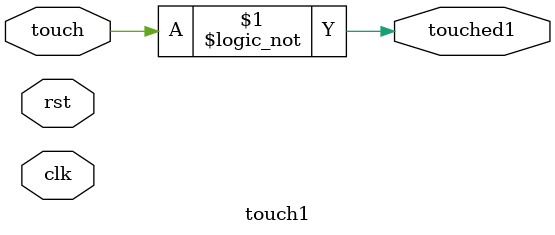
<source format=v>
module touch1(
    input clk,
    input rst,
    input touch,
    output touched1,
);

assign touched1 = !touch; // touch is active low

endmodule

</source>
